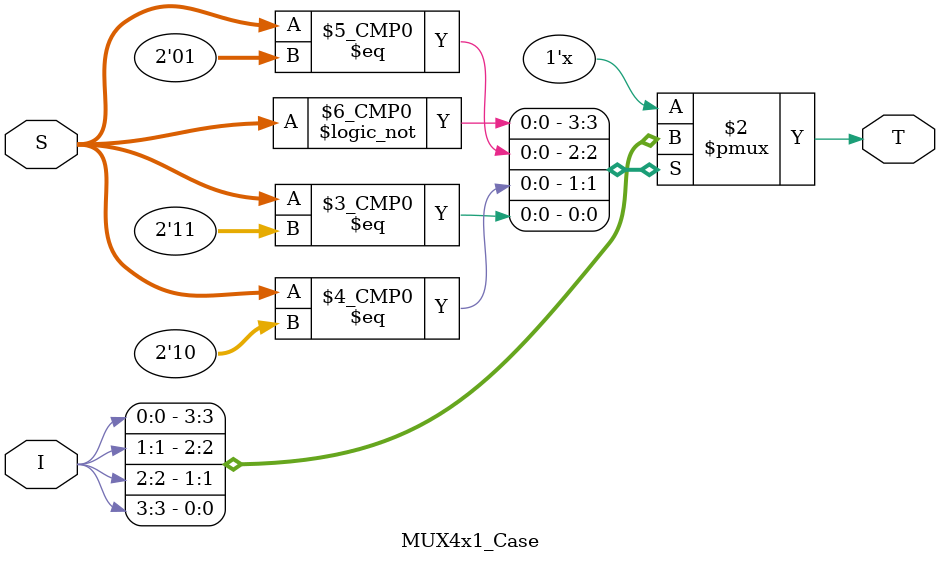
<source format=v>
module MUX4x1_Case ( input [3:0] I,
					 input [1:0] S,
					 output reg T);

always @ (*) //Escoge que valor mostrar en la entrada dependiendo de 2 bits de el vector S
	case (S)
		2'd0 : T = I[0];
		2'd1 : T = I[1];
		2'd2 : T = I[2];
		2'd3 : T = I[3];
	endcase
endmodule

</source>
